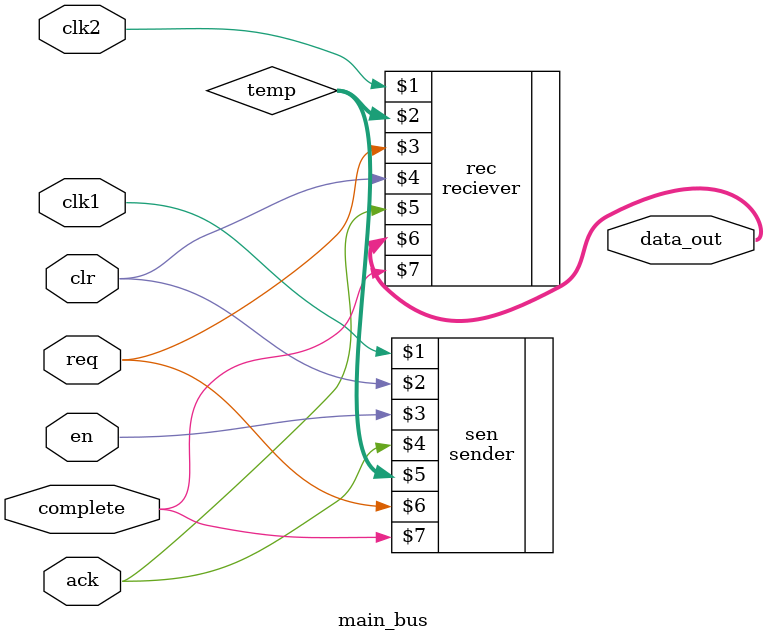
<source format=v>
`timescale 1ns/1ns

`include "sender.v"
`include "reciever.v"


module main_bus(ack,en,clk1,clr,clk2,req,data_out,complete);

input clr,clk1,clk2,en;
inout ack,req,complete;
output [5:0]data_out;
wire [5:0]temp;


sender sen(clk1,clr,en,ack,temp,req,complete);
reciever rec(clk2,temp,req,clr,ack,data_out,complete);
endmodule
</source>
